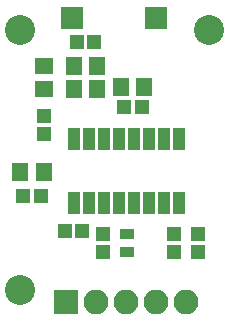
<source format=gts>
%TF.GenerationSoftware,KiCad,Pcbnew,4.0.7*%
%TF.CreationDate,2018-10-01T17:52:14+02:00*%
%TF.ProjectId,RFID_BOARD_V3_EM4095,524649445F424F4152445F56335F454D,rev?*%
%TF.FileFunction,Soldermask,Top*%
%FSLAX46Y46*%
G04 Gerber Fmt 4.6, Leading zero omitted, Abs format (unit mm)*
G04 Created by KiCad (PCBNEW 4.0.7) date 2018 October 01, Monday 17:52:14*
%MOMM*%
%LPD*%
G01*
G04 APERTURE LIST*
%ADD10C,0.100000*%
%ADD11C,2.540000*%
%ADD12R,1.150000X1.200000*%
%ADD13R,1.000000X1.900000*%
%ADD14R,1.200000X1.150000*%
%ADD15R,1.650000X1.400000*%
%ADD16R,1.400000X1.650000*%
%ADD17R,2.100000X2.100000*%
%ADD18O,2.100000X2.100000*%
%ADD19R,1.300000X0.900000*%
%ADD20R,1.900000X1.900000*%
G04 APERTURE END LIST*
D10*
D11*
X151000000Y-100500000D03*
X167000000Y-100500000D03*
D12*
X166000000Y-119250000D03*
X166000000Y-117750000D03*
X164000000Y-117750000D03*
X164000000Y-119250000D03*
X158000000Y-119250000D03*
X158000000Y-117750000D03*
D13*
X164445000Y-109700000D03*
X163175000Y-109700000D03*
X161905000Y-109700000D03*
X160635000Y-109700000D03*
X159365000Y-109700000D03*
X158095000Y-109700000D03*
X156825000Y-109700000D03*
X155555000Y-109700000D03*
X155555000Y-115100000D03*
X156825000Y-115100000D03*
X158095000Y-115100000D03*
X159365000Y-115100000D03*
X160635000Y-115100000D03*
X161905000Y-115100000D03*
X163175000Y-115100000D03*
X164445000Y-115100000D03*
D14*
X151250000Y-114500000D03*
X152750000Y-114500000D03*
X154750000Y-117500000D03*
X156250000Y-117500000D03*
D15*
X153000000Y-105500000D03*
X153000000Y-103500000D03*
D12*
X153000000Y-109250000D03*
X153000000Y-107750000D03*
D16*
X155500000Y-103500000D03*
X157500000Y-103500000D03*
X157500000Y-105500000D03*
X155500000Y-105500000D03*
D17*
X154880000Y-123500000D03*
D18*
X157420000Y-123500000D03*
X159960000Y-123500000D03*
X162500000Y-123500000D03*
X165040000Y-123500000D03*
D19*
X160000000Y-119250000D03*
X160000000Y-117750000D03*
D14*
X157250000Y-101500000D03*
X155750000Y-101500000D03*
X161250000Y-107000000D03*
X159750000Y-107000000D03*
D20*
X162500000Y-99500000D03*
X155400000Y-99500000D03*
D11*
X151000000Y-122500000D03*
D16*
X161500000Y-105300000D03*
X159500000Y-105300000D03*
X151000000Y-112500000D03*
X153000000Y-112500000D03*
M02*

</source>
